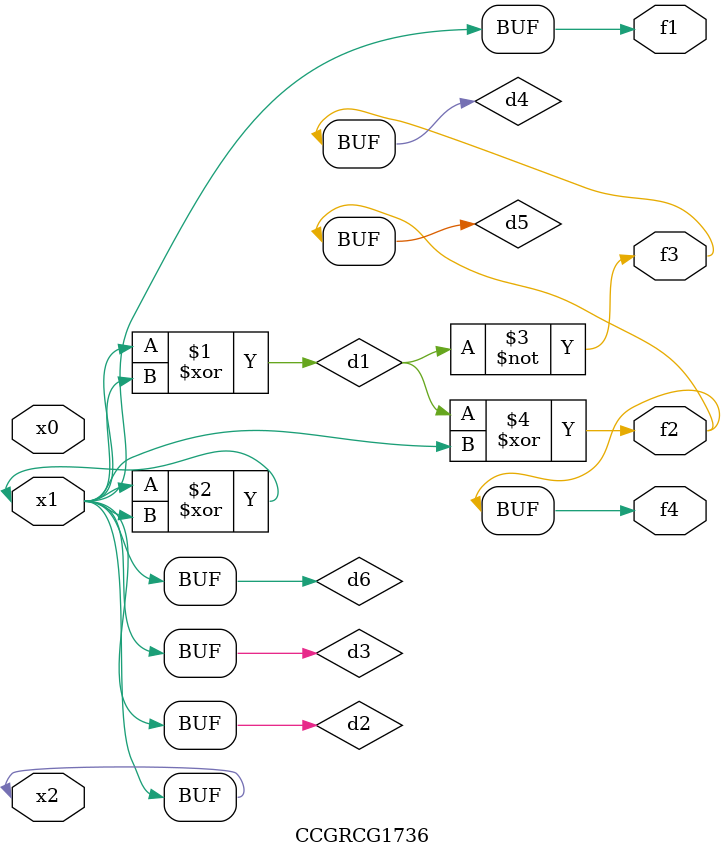
<source format=v>
module CCGRCG1736(
	input x0, x1, x2,
	output f1, f2, f3, f4
);

	wire d1, d2, d3, d4, d5, d6;

	xor (d1, x1, x2);
	buf (d2, x1, x2);
	xor (d3, x1, x2);
	nor (d4, d1);
	xor (d5, d1, d2);
	buf (d6, d2, d3);
	assign f1 = d6;
	assign f2 = d5;
	assign f3 = d4;
	assign f4 = d5;
endmodule

</source>
